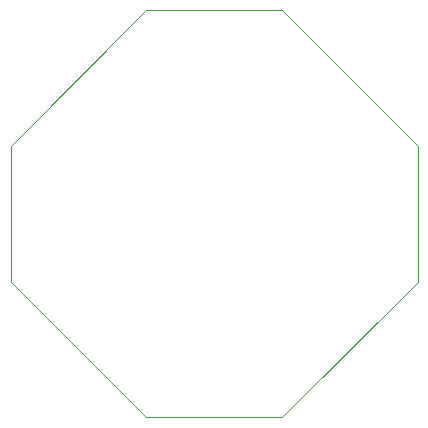
<source format=gbr>
%TF.GenerationSoftware,KiCad,Pcbnew,9.0.6-9.0.6~ubuntu24.04.1*%
%TF.CreationDate,2025-12-18T12:30:09+01:00*%
%TF.ProjectId,PCB_ENCODER,5043425f-454e-4434-9f44-45522e6b6963,rev?*%
%TF.SameCoordinates,Original*%
%TF.FileFunction,Profile,NP*%
%FSLAX46Y46*%
G04 Gerber Fmt 4.6, Leading zero omitted, Abs format (unit mm)*
G04 Created by KiCad (PCBNEW 9.0.6-9.0.6~ubuntu24.04.1) date 2025-12-18 12:30:09*
%MOMM*%
%LPD*%
G01*
G04 APERTURE LIST*
%TA.AperFunction,Profile*%
%ADD10C,0.050000*%
%TD*%
G04 APERTURE END LIST*
D10*
X94500000Y-66750000D02*
X106000000Y-66750000D01*
X106000000Y-32250000D02*
X94500000Y-32250000D01*
X83000000Y-55250000D02*
X94500000Y-66750000D01*
X83000000Y-43750000D02*
X83000000Y-55250000D01*
X117500000Y-43750000D02*
X106000000Y-32250000D01*
X94500000Y-32250000D02*
X83000000Y-43750000D01*
X106000000Y-66750000D02*
X117500000Y-55250000D01*
X117500000Y-55250000D02*
X117500000Y-43750000D01*
M02*

</source>
